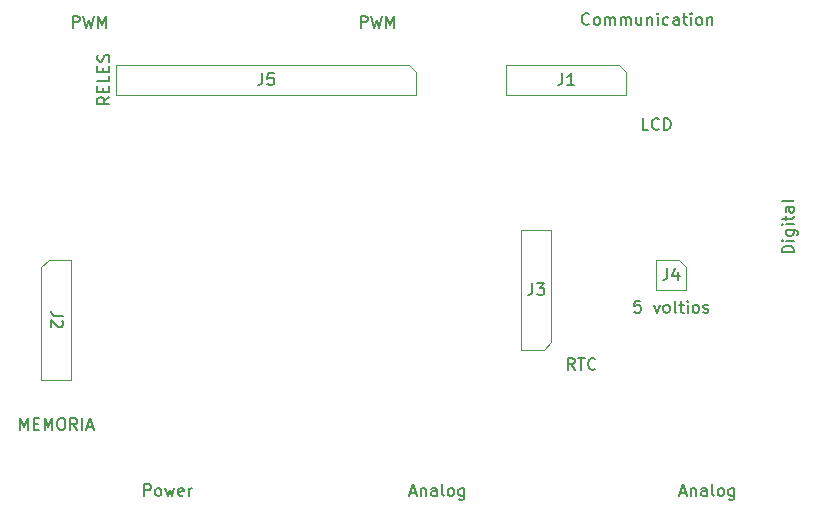
<source format=gbr>
G04 #@! TF.GenerationSoftware,KiCad,Pcbnew,5.0.2+dfsg1-1*
G04 #@! TF.CreationDate,2020-02-13T15:26:16-05:00*
G04 #@! TF.ProjectId,poolV1,706f6f6c-5631-42e6-9b69-6361645f7063,rev?*
G04 #@! TF.SameCoordinates,Original*
G04 #@! TF.FileFunction,Other,Fab,Top*
%FSLAX46Y46*%
G04 Gerber Fmt 4.6, Leading zero omitted, Abs format (unit mm)*
G04 Created by KiCad (PCBNEW 5.0.2+dfsg1-1) date Thu 13 Feb 2020 03:26:16 PM -05*
%MOMM*%
%LPD*%
G01*
G04 APERTURE LIST*
%ADD10C,0.100000*%
%ADD11C,0.150000*%
G04 APERTURE END LIST*
D10*
G04 #@! TO.C,J4*
X181610000Y-95250000D02*
X183515000Y-95250000D01*
X183515000Y-95250000D02*
X184150000Y-95885000D01*
X184150000Y-95885000D02*
X184150000Y-97790000D01*
X184150000Y-97790000D02*
X181610000Y-97790000D01*
X181610000Y-97790000D02*
X181610000Y-95250000D01*
G04 #@! TO.C,J2*
X130175000Y-95250000D02*
X132080000Y-95250000D01*
X132080000Y-95250000D02*
X132080000Y-105410000D01*
X132080000Y-105410000D02*
X129540000Y-105410000D01*
X129540000Y-105410000D02*
X129540000Y-95885000D01*
X129540000Y-95885000D02*
X130175000Y-95250000D01*
G04 #@! TO.C,J1*
X178435000Y-78740000D02*
X179070000Y-79375000D01*
X168910000Y-78740000D02*
X178435000Y-78740000D01*
X168910000Y-81280000D02*
X168910000Y-78740000D01*
X179070000Y-81280000D02*
X168910000Y-81280000D01*
X179070000Y-79375000D02*
X179070000Y-81280000D01*
G04 #@! TO.C,J5*
X161290000Y-79375000D02*
X161290000Y-81280000D01*
X161290000Y-81280000D02*
X135890000Y-81280000D01*
X135890000Y-81280000D02*
X135890000Y-78740000D01*
X135890000Y-78740000D02*
X160655000Y-78740000D01*
X160655000Y-78740000D02*
X161290000Y-79375000D01*
G04 #@! TO.C,J3*
X172085000Y-102870000D02*
X170180000Y-102870000D01*
X170180000Y-102870000D02*
X170180000Y-92710000D01*
X170180000Y-92710000D02*
X172720000Y-92710000D01*
X172720000Y-92710000D02*
X172720000Y-102235000D01*
X172720000Y-102235000D02*
X172085000Y-102870000D01*
G04 #@! TD*
G04 #@! TO.C,J4*
D11*
X180260952Y-98742380D02*
X179784761Y-98742380D01*
X179737142Y-99218571D01*
X179784761Y-99170952D01*
X179880000Y-99123333D01*
X180118095Y-99123333D01*
X180213333Y-99170952D01*
X180260952Y-99218571D01*
X180308571Y-99313809D01*
X180308571Y-99551904D01*
X180260952Y-99647142D01*
X180213333Y-99694761D01*
X180118095Y-99742380D01*
X179880000Y-99742380D01*
X179784761Y-99694761D01*
X179737142Y-99647142D01*
X181403809Y-99075714D02*
X181641904Y-99742380D01*
X181880000Y-99075714D01*
X182403809Y-99742380D02*
X182308571Y-99694761D01*
X182260952Y-99647142D01*
X182213333Y-99551904D01*
X182213333Y-99266190D01*
X182260952Y-99170952D01*
X182308571Y-99123333D01*
X182403809Y-99075714D01*
X182546666Y-99075714D01*
X182641904Y-99123333D01*
X182689523Y-99170952D01*
X182737142Y-99266190D01*
X182737142Y-99551904D01*
X182689523Y-99647142D01*
X182641904Y-99694761D01*
X182546666Y-99742380D01*
X182403809Y-99742380D01*
X183308571Y-99742380D02*
X183213333Y-99694761D01*
X183165714Y-99599523D01*
X183165714Y-98742380D01*
X183546666Y-99075714D02*
X183927619Y-99075714D01*
X183689523Y-98742380D02*
X183689523Y-99599523D01*
X183737142Y-99694761D01*
X183832380Y-99742380D01*
X183927619Y-99742380D01*
X184260952Y-99742380D02*
X184260952Y-99075714D01*
X184260952Y-98742380D02*
X184213333Y-98790000D01*
X184260952Y-98837619D01*
X184308571Y-98790000D01*
X184260952Y-98742380D01*
X184260952Y-98837619D01*
X184880000Y-99742380D02*
X184784761Y-99694761D01*
X184737142Y-99647142D01*
X184689523Y-99551904D01*
X184689523Y-99266190D01*
X184737142Y-99170952D01*
X184784761Y-99123333D01*
X184880000Y-99075714D01*
X185022857Y-99075714D01*
X185118095Y-99123333D01*
X185165714Y-99170952D01*
X185213333Y-99266190D01*
X185213333Y-99551904D01*
X185165714Y-99647142D01*
X185118095Y-99694761D01*
X185022857Y-99742380D01*
X184880000Y-99742380D01*
X185594285Y-99694761D02*
X185689523Y-99742380D01*
X185880000Y-99742380D01*
X185975238Y-99694761D01*
X186022857Y-99599523D01*
X186022857Y-99551904D01*
X185975238Y-99456666D01*
X185880000Y-99409047D01*
X185737142Y-99409047D01*
X185641904Y-99361428D01*
X185594285Y-99266190D01*
X185594285Y-99218571D01*
X185641904Y-99123333D01*
X185737142Y-99075714D01*
X185880000Y-99075714D01*
X185975238Y-99123333D01*
X182546666Y-95972380D02*
X182546666Y-96686666D01*
X182499047Y-96829523D01*
X182403809Y-96924761D01*
X182260952Y-96972380D01*
X182165714Y-96972380D01*
X183451428Y-96305714D02*
X183451428Y-96972380D01*
X183213333Y-95924761D02*
X182975238Y-96639047D01*
X183594285Y-96639047D01*
G04 #@! TO.C,J2*
X127762380Y-109672380D02*
X127762380Y-108672380D01*
X128095714Y-109386666D01*
X128429047Y-108672380D01*
X128429047Y-109672380D01*
X128905238Y-109148571D02*
X129238571Y-109148571D01*
X129381428Y-109672380D02*
X128905238Y-109672380D01*
X128905238Y-108672380D01*
X129381428Y-108672380D01*
X129810000Y-109672380D02*
X129810000Y-108672380D01*
X130143333Y-109386666D01*
X130476666Y-108672380D01*
X130476666Y-109672380D01*
X131143333Y-108672380D02*
X131333809Y-108672380D01*
X131429047Y-108720000D01*
X131524285Y-108815238D01*
X131571904Y-109005714D01*
X131571904Y-109339047D01*
X131524285Y-109529523D01*
X131429047Y-109624761D01*
X131333809Y-109672380D01*
X131143333Y-109672380D01*
X131048095Y-109624761D01*
X130952857Y-109529523D01*
X130905238Y-109339047D01*
X130905238Y-109005714D01*
X130952857Y-108815238D01*
X131048095Y-108720000D01*
X131143333Y-108672380D01*
X132571904Y-109672380D02*
X132238571Y-109196190D01*
X132000476Y-109672380D02*
X132000476Y-108672380D01*
X132381428Y-108672380D01*
X132476666Y-108720000D01*
X132524285Y-108767619D01*
X132571904Y-108862857D01*
X132571904Y-109005714D01*
X132524285Y-109100952D01*
X132476666Y-109148571D01*
X132381428Y-109196190D01*
X132000476Y-109196190D01*
X133000476Y-109672380D02*
X133000476Y-108672380D01*
X133429047Y-109386666D02*
X133905238Y-109386666D01*
X133333809Y-109672380D02*
X133667142Y-108672380D01*
X134000476Y-109672380D01*
X131357619Y-99996666D02*
X130643333Y-99996666D01*
X130500476Y-99949047D01*
X130405238Y-99853809D01*
X130357619Y-99710952D01*
X130357619Y-99615714D01*
X131262380Y-100425238D02*
X131310000Y-100472857D01*
X131357619Y-100568095D01*
X131357619Y-100806190D01*
X131310000Y-100901428D01*
X131262380Y-100949047D01*
X131167142Y-100996666D01*
X131071904Y-100996666D01*
X130929047Y-100949047D01*
X130357619Y-100377619D01*
X130357619Y-100996666D01*
G04 #@! TO.C,J1*
X180919523Y-84272380D02*
X180443333Y-84272380D01*
X180443333Y-83272380D01*
X181824285Y-84177142D02*
X181776666Y-84224761D01*
X181633809Y-84272380D01*
X181538571Y-84272380D01*
X181395714Y-84224761D01*
X181300476Y-84129523D01*
X181252857Y-84034285D01*
X181205238Y-83843809D01*
X181205238Y-83700952D01*
X181252857Y-83510476D01*
X181300476Y-83415238D01*
X181395714Y-83320000D01*
X181538571Y-83272380D01*
X181633809Y-83272380D01*
X181776666Y-83320000D01*
X181824285Y-83367619D01*
X182252857Y-84272380D02*
X182252857Y-83272380D01*
X182490952Y-83272380D01*
X182633809Y-83320000D01*
X182729047Y-83415238D01*
X182776666Y-83510476D01*
X182824285Y-83700952D01*
X182824285Y-83843809D01*
X182776666Y-84034285D01*
X182729047Y-84129523D01*
X182633809Y-84224761D01*
X182490952Y-84272380D01*
X182252857Y-84272380D01*
X173656666Y-79462380D02*
X173656666Y-80176666D01*
X173609047Y-80319523D01*
X173513809Y-80414761D01*
X173370952Y-80462380D01*
X173275714Y-80462380D01*
X174656666Y-80462380D02*
X174085238Y-80462380D01*
X174370952Y-80462380D02*
X174370952Y-79462380D01*
X174275714Y-79605238D01*
X174180476Y-79700476D01*
X174085238Y-79748095D01*
G04 #@! TO.C,J5*
X135282380Y-81486190D02*
X134806190Y-81819523D01*
X135282380Y-82057619D02*
X134282380Y-82057619D01*
X134282380Y-81676666D01*
X134330000Y-81581428D01*
X134377619Y-81533809D01*
X134472857Y-81486190D01*
X134615714Y-81486190D01*
X134710952Y-81533809D01*
X134758571Y-81581428D01*
X134806190Y-81676666D01*
X134806190Y-82057619D01*
X134758571Y-81057619D02*
X134758571Y-80724285D01*
X135282380Y-80581428D02*
X135282380Y-81057619D01*
X134282380Y-81057619D01*
X134282380Y-80581428D01*
X135282380Y-79676666D02*
X135282380Y-80152857D01*
X134282380Y-80152857D01*
X134758571Y-79343333D02*
X134758571Y-79010000D01*
X135282380Y-78867142D02*
X135282380Y-79343333D01*
X134282380Y-79343333D01*
X134282380Y-78867142D01*
X135234761Y-78486190D02*
X135282380Y-78343333D01*
X135282380Y-78105238D01*
X135234761Y-78010000D01*
X135187142Y-77962380D01*
X135091904Y-77914761D01*
X134996666Y-77914761D01*
X134901428Y-77962380D01*
X134853809Y-78010000D01*
X134806190Y-78105238D01*
X134758571Y-78295714D01*
X134710952Y-78390952D01*
X134663333Y-78438571D01*
X134568095Y-78486190D01*
X134472857Y-78486190D01*
X134377619Y-78438571D01*
X134330000Y-78390952D01*
X134282380Y-78295714D01*
X134282380Y-78057619D01*
X134330000Y-77914761D01*
X148256666Y-79462380D02*
X148256666Y-80176666D01*
X148209047Y-80319523D01*
X148113809Y-80414761D01*
X147970952Y-80462380D01*
X147875714Y-80462380D01*
X149209047Y-79462380D02*
X148732857Y-79462380D01*
X148685238Y-79938571D01*
X148732857Y-79890952D01*
X148828095Y-79843333D01*
X149066190Y-79843333D01*
X149161428Y-79890952D01*
X149209047Y-79938571D01*
X149256666Y-80033809D01*
X149256666Y-80271904D01*
X149209047Y-80367142D01*
X149161428Y-80414761D01*
X149066190Y-80462380D01*
X148828095Y-80462380D01*
X148732857Y-80414761D01*
X148685238Y-80367142D01*
G04 #@! TO.C,J3*
X174688571Y-104592380D02*
X174355238Y-104116190D01*
X174117142Y-104592380D02*
X174117142Y-103592380D01*
X174498095Y-103592380D01*
X174593333Y-103640000D01*
X174640952Y-103687619D01*
X174688571Y-103782857D01*
X174688571Y-103925714D01*
X174640952Y-104020952D01*
X174593333Y-104068571D01*
X174498095Y-104116190D01*
X174117142Y-104116190D01*
X174974285Y-103592380D02*
X175545714Y-103592380D01*
X175260000Y-104592380D02*
X175260000Y-103592380D01*
X176450476Y-104497142D02*
X176402857Y-104544761D01*
X176260000Y-104592380D01*
X176164761Y-104592380D01*
X176021904Y-104544761D01*
X175926666Y-104449523D01*
X175879047Y-104354285D01*
X175831428Y-104163809D01*
X175831428Y-104020952D01*
X175879047Y-103830476D01*
X175926666Y-103735238D01*
X176021904Y-103640000D01*
X176164761Y-103592380D01*
X176260000Y-103592380D01*
X176402857Y-103640000D01*
X176450476Y-103687619D01*
X171116666Y-97242380D02*
X171116666Y-97956666D01*
X171069047Y-98099523D01*
X170973809Y-98194761D01*
X170830952Y-98242380D01*
X170735714Y-98242380D01*
X171497619Y-97242380D02*
X172116666Y-97242380D01*
X171783333Y-97623333D01*
X171926190Y-97623333D01*
X172021428Y-97670952D01*
X172069047Y-97718571D01*
X172116666Y-97813809D01*
X172116666Y-98051904D01*
X172069047Y-98147142D01*
X172021428Y-98194761D01*
X171926190Y-98242380D01*
X171640476Y-98242380D01*
X171545238Y-98194761D01*
X171497619Y-98147142D01*
G04 #@! TO.C,P1*
X193238380Y-94646476D02*
X192238380Y-94646476D01*
X192238380Y-94408380D01*
X192286000Y-94265523D01*
X192381238Y-94170285D01*
X192476476Y-94122666D01*
X192666952Y-94075047D01*
X192809809Y-94075047D01*
X193000285Y-94122666D01*
X193095523Y-94170285D01*
X193190761Y-94265523D01*
X193238380Y-94408380D01*
X193238380Y-94646476D01*
X193238380Y-93646476D02*
X192571714Y-93646476D01*
X192238380Y-93646476D02*
X192286000Y-93694095D01*
X192333619Y-93646476D01*
X192286000Y-93598857D01*
X192238380Y-93646476D01*
X192333619Y-93646476D01*
X192571714Y-92741714D02*
X193381238Y-92741714D01*
X193476476Y-92789333D01*
X193524095Y-92836952D01*
X193571714Y-92932190D01*
X193571714Y-93075047D01*
X193524095Y-93170285D01*
X193190761Y-92741714D02*
X193238380Y-92836952D01*
X193238380Y-93027428D01*
X193190761Y-93122666D01*
X193143142Y-93170285D01*
X193047904Y-93217904D01*
X192762190Y-93217904D01*
X192666952Y-93170285D01*
X192619333Y-93122666D01*
X192571714Y-93027428D01*
X192571714Y-92836952D01*
X192619333Y-92741714D01*
X193238380Y-92265523D02*
X192571714Y-92265523D01*
X192238380Y-92265523D02*
X192286000Y-92313142D01*
X192333619Y-92265523D01*
X192286000Y-92217904D01*
X192238380Y-92265523D01*
X192333619Y-92265523D01*
X192571714Y-91932190D02*
X192571714Y-91551238D01*
X192238380Y-91789333D02*
X193095523Y-91789333D01*
X193190761Y-91741714D01*
X193238380Y-91646476D01*
X193238380Y-91551238D01*
X193238380Y-90789333D02*
X192714571Y-90789333D01*
X192619333Y-90836952D01*
X192571714Y-90932190D01*
X192571714Y-91122666D01*
X192619333Y-91217904D01*
X193190761Y-90789333D02*
X193238380Y-90884571D01*
X193238380Y-91122666D01*
X193190761Y-91217904D01*
X193095523Y-91265523D01*
X193000285Y-91265523D01*
X192905047Y-91217904D01*
X192857428Y-91122666D01*
X192857428Y-90884571D01*
X192809809Y-90789333D01*
X193238380Y-90170285D02*
X193190761Y-90265523D01*
X193095523Y-90313142D01*
X192238380Y-90313142D01*
G04 #@! TO.C,P2*
X138231809Y-115260380D02*
X138231809Y-114260380D01*
X138612761Y-114260380D01*
X138708000Y-114308000D01*
X138755619Y-114355619D01*
X138803238Y-114450857D01*
X138803238Y-114593714D01*
X138755619Y-114688952D01*
X138708000Y-114736571D01*
X138612761Y-114784190D01*
X138231809Y-114784190D01*
X139374666Y-115260380D02*
X139279428Y-115212761D01*
X139231809Y-115165142D01*
X139184190Y-115069904D01*
X139184190Y-114784190D01*
X139231809Y-114688952D01*
X139279428Y-114641333D01*
X139374666Y-114593714D01*
X139517523Y-114593714D01*
X139612761Y-114641333D01*
X139660380Y-114688952D01*
X139708000Y-114784190D01*
X139708000Y-115069904D01*
X139660380Y-115165142D01*
X139612761Y-115212761D01*
X139517523Y-115260380D01*
X139374666Y-115260380D01*
X140041333Y-114593714D02*
X140231809Y-115260380D01*
X140422285Y-114784190D01*
X140612761Y-115260380D01*
X140803238Y-114593714D01*
X141565142Y-115212761D02*
X141469904Y-115260380D01*
X141279428Y-115260380D01*
X141184190Y-115212761D01*
X141136571Y-115117523D01*
X141136571Y-114736571D01*
X141184190Y-114641333D01*
X141279428Y-114593714D01*
X141469904Y-114593714D01*
X141565142Y-114641333D01*
X141612761Y-114736571D01*
X141612761Y-114831809D01*
X141136571Y-114927047D01*
X142041333Y-115260380D02*
X142041333Y-114593714D01*
X142041333Y-114784190D02*
X142088952Y-114688952D01*
X142136571Y-114641333D01*
X142231809Y-114593714D01*
X142327047Y-114593714D01*
G04 #@! TO.C,P3*
X160758476Y-114974666D02*
X161234666Y-114974666D01*
X160663238Y-115260380D02*
X160996571Y-114260380D01*
X161329904Y-115260380D01*
X161663238Y-114593714D02*
X161663238Y-115260380D01*
X161663238Y-114688952D02*
X161710857Y-114641333D01*
X161806095Y-114593714D01*
X161948952Y-114593714D01*
X162044190Y-114641333D01*
X162091809Y-114736571D01*
X162091809Y-115260380D01*
X162996571Y-115260380D02*
X162996571Y-114736571D01*
X162948952Y-114641333D01*
X162853714Y-114593714D01*
X162663238Y-114593714D01*
X162568000Y-114641333D01*
X162996571Y-115212761D02*
X162901333Y-115260380D01*
X162663238Y-115260380D01*
X162568000Y-115212761D01*
X162520380Y-115117523D01*
X162520380Y-115022285D01*
X162568000Y-114927047D01*
X162663238Y-114879428D01*
X162901333Y-114879428D01*
X162996571Y-114831809D01*
X163615619Y-115260380D02*
X163520380Y-115212761D01*
X163472761Y-115117523D01*
X163472761Y-114260380D01*
X164139428Y-115260380D02*
X164044190Y-115212761D01*
X163996571Y-115165142D01*
X163948952Y-115069904D01*
X163948952Y-114784190D01*
X163996571Y-114688952D01*
X164044190Y-114641333D01*
X164139428Y-114593714D01*
X164282285Y-114593714D01*
X164377523Y-114641333D01*
X164425142Y-114688952D01*
X164472761Y-114784190D01*
X164472761Y-115069904D01*
X164425142Y-115165142D01*
X164377523Y-115212761D01*
X164282285Y-115260380D01*
X164139428Y-115260380D01*
X165329904Y-114593714D02*
X165329904Y-115403238D01*
X165282285Y-115498476D01*
X165234666Y-115546095D01*
X165139428Y-115593714D01*
X164996571Y-115593714D01*
X164901333Y-115546095D01*
X165329904Y-115212761D02*
X165234666Y-115260380D01*
X165044190Y-115260380D01*
X164948952Y-115212761D01*
X164901333Y-115165142D01*
X164853714Y-115069904D01*
X164853714Y-114784190D01*
X164901333Y-114688952D01*
X164948952Y-114641333D01*
X165044190Y-114593714D01*
X165234666Y-114593714D01*
X165329904Y-114641333D01*
G04 #@! TO.C,P4*
X183618476Y-114974666D02*
X184094666Y-114974666D01*
X183523238Y-115260380D02*
X183856571Y-114260380D01*
X184189904Y-115260380D01*
X184523238Y-114593714D02*
X184523238Y-115260380D01*
X184523238Y-114688952D02*
X184570857Y-114641333D01*
X184666095Y-114593714D01*
X184808952Y-114593714D01*
X184904190Y-114641333D01*
X184951809Y-114736571D01*
X184951809Y-115260380D01*
X185856571Y-115260380D02*
X185856571Y-114736571D01*
X185808952Y-114641333D01*
X185713714Y-114593714D01*
X185523238Y-114593714D01*
X185428000Y-114641333D01*
X185856571Y-115212761D02*
X185761333Y-115260380D01*
X185523238Y-115260380D01*
X185428000Y-115212761D01*
X185380380Y-115117523D01*
X185380380Y-115022285D01*
X185428000Y-114927047D01*
X185523238Y-114879428D01*
X185761333Y-114879428D01*
X185856571Y-114831809D01*
X186475619Y-115260380D02*
X186380380Y-115212761D01*
X186332761Y-115117523D01*
X186332761Y-114260380D01*
X186999428Y-115260380D02*
X186904190Y-115212761D01*
X186856571Y-115165142D01*
X186808952Y-115069904D01*
X186808952Y-114784190D01*
X186856571Y-114688952D01*
X186904190Y-114641333D01*
X186999428Y-114593714D01*
X187142285Y-114593714D01*
X187237523Y-114641333D01*
X187285142Y-114688952D01*
X187332761Y-114784190D01*
X187332761Y-115069904D01*
X187285142Y-115165142D01*
X187237523Y-115212761D01*
X187142285Y-115260380D01*
X186999428Y-115260380D01*
X188189904Y-114593714D02*
X188189904Y-115403238D01*
X188142285Y-115498476D01*
X188094666Y-115546095D01*
X187999428Y-115593714D01*
X187856571Y-115593714D01*
X187761333Y-115546095D01*
X188189904Y-115212761D02*
X188094666Y-115260380D01*
X187904190Y-115260380D01*
X187808952Y-115212761D01*
X187761333Y-115165142D01*
X187713714Y-115069904D01*
X187713714Y-114784190D01*
X187761333Y-114688952D01*
X187808952Y-114641333D01*
X187904190Y-114593714D01*
X188094666Y-114593714D01*
X188189904Y-114641333D01*
G04 #@! TO.C,P5*
X132199238Y-75636380D02*
X132199238Y-74636380D01*
X132580190Y-74636380D01*
X132675428Y-74684000D01*
X132723047Y-74731619D01*
X132770666Y-74826857D01*
X132770666Y-74969714D01*
X132723047Y-75064952D01*
X132675428Y-75112571D01*
X132580190Y-75160190D01*
X132199238Y-75160190D01*
X133104000Y-74636380D02*
X133342095Y-75636380D01*
X133532571Y-74922095D01*
X133723047Y-75636380D01*
X133961142Y-74636380D01*
X134342095Y-75636380D02*
X134342095Y-74636380D01*
X134675428Y-75350666D01*
X135008761Y-74636380D01*
X135008761Y-75636380D01*
G04 #@! TO.C,P6*
X156583238Y-75636380D02*
X156583238Y-74636380D01*
X156964190Y-74636380D01*
X157059428Y-74684000D01*
X157107047Y-74731619D01*
X157154666Y-74826857D01*
X157154666Y-74969714D01*
X157107047Y-75064952D01*
X157059428Y-75112571D01*
X156964190Y-75160190D01*
X156583238Y-75160190D01*
X157488000Y-74636380D02*
X157726095Y-75636380D01*
X157916571Y-74922095D01*
X158107047Y-75636380D01*
X158345142Y-74636380D01*
X158726095Y-75636380D02*
X158726095Y-74636380D01*
X159059428Y-75350666D01*
X159392761Y-74636380D01*
X159392761Y-75636380D01*
G04 #@! TO.C,P7*
X175919428Y-75287142D02*
X175871809Y-75334761D01*
X175728952Y-75382380D01*
X175633714Y-75382380D01*
X175490857Y-75334761D01*
X175395619Y-75239523D01*
X175348000Y-75144285D01*
X175300380Y-74953809D01*
X175300380Y-74810952D01*
X175348000Y-74620476D01*
X175395619Y-74525238D01*
X175490857Y-74430000D01*
X175633714Y-74382380D01*
X175728952Y-74382380D01*
X175871809Y-74430000D01*
X175919428Y-74477619D01*
X176490857Y-75382380D02*
X176395619Y-75334761D01*
X176348000Y-75287142D01*
X176300380Y-75191904D01*
X176300380Y-74906190D01*
X176348000Y-74810952D01*
X176395619Y-74763333D01*
X176490857Y-74715714D01*
X176633714Y-74715714D01*
X176728952Y-74763333D01*
X176776571Y-74810952D01*
X176824190Y-74906190D01*
X176824190Y-75191904D01*
X176776571Y-75287142D01*
X176728952Y-75334761D01*
X176633714Y-75382380D01*
X176490857Y-75382380D01*
X177252761Y-75382380D02*
X177252761Y-74715714D01*
X177252761Y-74810952D02*
X177300380Y-74763333D01*
X177395619Y-74715714D01*
X177538476Y-74715714D01*
X177633714Y-74763333D01*
X177681333Y-74858571D01*
X177681333Y-75382380D01*
X177681333Y-74858571D02*
X177728952Y-74763333D01*
X177824190Y-74715714D01*
X177967047Y-74715714D01*
X178062285Y-74763333D01*
X178109904Y-74858571D01*
X178109904Y-75382380D01*
X178586095Y-75382380D02*
X178586095Y-74715714D01*
X178586095Y-74810952D02*
X178633714Y-74763333D01*
X178728952Y-74715714D01*
X178871809Y-74715714D01*
X178967047Y-74763333D01*
X179014666Y-74858571D01*
X179014666Y-75382380D01*
X179014666Y-74858571D02*
X179062285Y-74763333D01*
X179157523Y-74715714D01*
X179300380Y-74715714D01*
X179395619Y-74763333D01*
X179443238Y-74858571D01*
X179443238Y-75382380D01*
X180348000Y-74715714D02*
X180348000Y-75382380D01*
X179919428Y-74715714D02*
X179919428Y-75239523D01*
X179967047Y-75334761D01*
X180062285Y-75382380D01*
X180205142Y-75382380D01*
X180300380Y-75334761D01*
X180348000Y-75287142D01*
X180824190Y-74715714D02*
X180824190Y-75382380D01*
X180824190Y-74810952D02*
X180871809Y-74763333D01*
X180967047Y-74715714D01*
X181109904Y-74715714D01*
X181205142Y-74763333D01*
X181252761Y-74858571D01*
X181252761Y-75382380D01*
X181728952Y-75382380D02*
X181728952Y-74715714D01*
X181728952Y-74382380D02*
X181681333Y-74430000D01*
X181728952Y-74477619D01*
X181776571Y-74430000D01*
X181728952Y-74382380D01*
X181728952Y-74477619D01*
X182633714Y-75334761D02*
X182538476Y-75382380D01*
X182348000Y-75382380D01*
X182252761Y-75334761D01*
X182205142Y-75287142D01*
X182157523Y-75191904D01*
X182157523Y-74906190D01*
X182205142Y-74810952D01*
X182252761Y-74763333D01*
X182348000Y-74715714D01*
X182538476Y-74715714D01*
X182633714Y-74763333D01*
X183490857Y-75382380D02*
X183490857Y-74858571D01*
X183443238Y-74763333D01*
X183348000Y-74715714D01*
X183157523Y-74715714D01*
X183062285Y-74763333D01*
X183490857Y-75334761D02*
X183395619Y-75382380D01*
X183157523Y-75382380D01*
X183062285Y-75334761D01*
X183014666Y-75239523D01*
X183014666Y-75144285D01*
X183062285Y-75049047D01*
X183157523Y-75001428D01*
X183395619Y-75001428D01*
X183490857Y-74953809D01*
X183824190Y-74715714D02*
X184205142Y-74715714D01*
X183967047Y-74382380D02*
X183967047Y-75239523D01*
X184014666Y-75334761D01*
X184109904Y-75382380D01*
X184205142Y-75382380D01*
X184538476Y-75382380D02*
X184538476Y-74715714D01*
X184538476Y-74382380D02*
X184490857Y-74430000D01*
X184538476Y-74477619D01*
X184586095Y-74430000D01*
X184538476Y-74382380D01*
X184538476Y-74477619D01*
X185157523Y-75382380D02*
X185062285Y-75334761D01*
X185014666Y-75287142D01*
X184967047Y-75191904D01*
X184967047Y-74906190D01*
X185014666Y-74810952D01*
X185062285Y-74763333D01*
X185157523Y-74715714D01*
X185300380Y-74715714D01*
X185395619Y-74763333D01*
X185443238Y-74810952D01*
X185490857Y-74906190D01*
X185490857Y-75191904D01*
X185443238Y-75287142D01*
X185395619Y-75334761D01*
X185300380Y-75382380D01*
X185157523Y-75382380D01*
X185919428Y-74715714D02*
X185919428Y-75382380D01*
X185919428Y-74810952D02*
X185967047Y-74763333D01*
X186062285Y-74715714D01*
X186205142Y-74715714D01*
X186300380Y-74763333D01*
X186348000Y-74858571D01*
X186348000Y-75382380D01*
G04 #@! TD*
M02*

</source>
